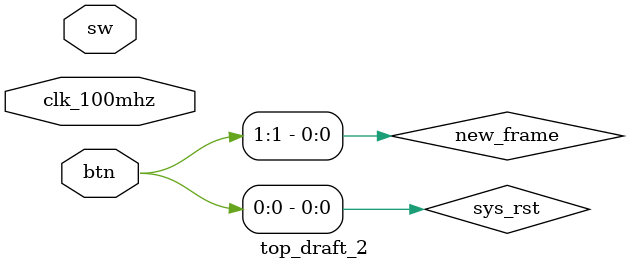
<source format=sv>
`default_nettype none // prevents system from inferring an undeclared logic (good practice)

`ifdef SYNTHESIS
`define FPATH(X) `"X`"
`else /* ! SYNTHESIS */
`define FPATH(X) `"../../data/X`"
`endif  /* ! SYNTHESIS */

module top_draft_2
    (
        input wire          clk_100mhz, //100 MHz onboard clock
        input wire [15:0]   sw, //all 16 input slide switches
        input wire [3:0]    btn //all four momentary button switches
        // output logic [15:0] led, //16 green output LEDs (located right above switches)
        // output logic [2:0]  rgb0, //RGB channels of RGB LED0
        // output logic [2:0]  rgb1, //RGB channels of RGB LED1
        // //  input wire          cipo, // SPI controller-in peripheral-out
        // output logic [3:0]  copi,
        // output logic        dclk, cs, // SPI controller output signals
        // // seven segment
        // output logic [3:0]  ss0_an,//anode control for upper four digits of seven-seg display
        // output logic [3:0]  ss1_an,//anode control for lower four digits of seven-seg display
        // output logic [6:0]  ss0_c, //cathode controls for the segments of upper four digits
        // output logic [6:0]  ss1_c //cathod controls for the segments of lower four digits
    );

    //shut up those rgb LEDs for now (active high):
    // assign rgb1 = 0; //set to 0.
    // assign rgb0 = 0; //set to 0.

    //have btnd control system reset
    logic               sys_rst;
    assign sys_rst = btn[0];

    // logic [6:0] ss_c; //used to grab output cathode signal for 7s leds
    // assign ss0_c = ss_c;
    // assign ss1_c = ss_c;

    // logic [1:0] btn_pulses;
    // pulser #(2) mpulser (
    //     .clk_in(clk_100mhz),
    //     .rst_in(sys_rst),
    //     .inputs(btn[1:0]),
    //     .outputs(btn_pulses)
    // );

    localparam RAM_WIDTH = 16;
    localparam PARTICLE_COUNT = 4;
    localparam PARTICLE_COUNTER_SIZE = $clog2(PARTICLE_COUNT);

    localparam DIMS = 1; // x, y, z
    localparam ELEMENTS = PARTICLE_COUNT * DIMS * 2;
    localparam ADDR_WIDTH = $clog2(ELEMENTS);
    
    // Reader gets port A
    // logic [RAM_WIDTH-1:0]     dina;
    logic [RAM_WIDTH-1:0]     douta;
    logic [ADDR_WIDTH-1:0]     addra;
    logic wea; // write enable
    logic ena; // enable
    
    // Updater gets port B
    logic [RAM_WIDTH-1:0]     dinb;
    logic [RAM_WIDTH-1:0]     doutb;
    logic [ADDR_WIDTH-1:0]     addrb;
    logic web, enb;

    // Renderer gets port C
    logic [RAM_WIDTH-1:0]     doutc;
    logic [ADDR_WIDTH-1:0]     addrc;
    logic enable_stream;
    
    // Particle Buffer
    // MEMORY FORMAT:
    // 0: p0_x, p0_y, p0_z, p0_vx, p0_vy, p0_vz
    // 96: p1_x, p1_y, p1_z, p1_vx, p1_vy, p1_vz
    particle_buffer #(
        .RAM_WIDTH(RAM_WIDTH),
        .RAM_DEPTH(ELEMENTS),
        .INIT_FILE(`FPATH(particle.mem))
        // .RAM_PERFORMANCE("LOW_LATENCY")
    ) mparticle_buffer (
        // PORT A
        .addra(addra), // only reading from first for now
        .dina({RAM_WIDTH{1'b0}}), // we only use port A for reads!
        .clka(clk_100mhz),
        .wea(wea), // read only
        .ena(ena),
        .rsta(sys_rst), // disabling reset
        .regcea(1'b1),
        .douta(douta),
        // PORT B
        .addrb(addrb),
        .dinb(dinb),
        .clkb(clk_100mhz),
        .web(web), 
        .enb(enb),
        .rstb(sys_rst),
        .regceb(1'b1),
        .doutb(doutb), // we only use port B for writes!
        // PORT C
        .clkc(clk_100mhz),
        .stream(enable_stream),
        .addrc(addrc),
        .doutc(doutc)
    );

    // Accumulation & Storage
    logic [PARTICLE_COUNTER_SIZE-1:0] req_index, main_index;
    logic [RAM_WIDTH-1:0] density_reciprocal, pressure;
    logic done_accumulating, is_density_task, next_sum;

    // Dispatcher
    typedef enum logic [1:0] {DENSITY, FORCE} task_type_t;
    task_type_t task_type;
    logic [RAM_WIDTH*5-1:0] task_data;
    logic valid_task;

    logic new_frame, frame_done;
    assign new_frame = btn[1]; // trigger reader with button 1

    // Scheduler
    scheduler #(
        .PARTICLE_COUNT(PARTICLE_COUNT),
        .DIMS(DIMS),
        .ADDR_WIDTH(ADDR_WIDTH),
        .DATA_WIDTH(RAM_WIDTH),
        .RAM_PERFORMANCE("HIGH_PERFORMANCE")
    ) mscheduler (
        .clk_in(clk_100mhz),
        .rst_in(sys_rst),
        .done(frame_done),
        // memory
        .new_frame(new_frame),
        .mem_in(douta),
        .addr_out(addra), 
        .mem_write_enable(wea),
        .mem_enable(ena),
        // accuumlation & storage
        .density_reciprocal(density_reciprocal), 
        .pressure(pressure), 
        .done_accumulating(done_accumulating), 
        .is_density_task(is_density_task),
        .next_sum(next_sum), 
        .req_index(req_index),
        .main_index(main_index),
        // dispatcher
        .valid_task(valid_task),
        .task_type(task_type), 
        .task_data(task_data) 
    );

    logic [15:0] receiver_data;
    logic receiver_valid, terms_in_flight;

    // Compute 
    compute #(
        .DATA_WIDTH(RAM_WIDTH),
        .H(16'h4000)
    ) mcompute (
        .clk_in(clk_100mhz),
        .rst(sys_rst),
        .valid_task(valid_task),
        .task_type(task_type),
        .data_in(task_data),
        .data_out(receiver_data),
        .terms_in_flight(terms_in_flight),
        .data_valid_out(receiver_valid)
    );

    logic [31:0] accumulator_out;
    logic accumulator_data_valid;

    accumulator #(
        .PARTICLE_COUNT(PARTICLE_COUNT),
        .DIMS(DIMS),
        .MAX_QUEUE_SIZE(3)
    ) maccumulator (
        .clk_in(clk_100mhz),
        .rst(sys_rst),
        // scheduler
        .is_density_task(is_density_task),
        .next_sum(next_sum),
        .main_index(main_index),
        .req_index(req_index),
        .density_reciprocal(density_reciprocal),
        .pressure(pressure),
        .done_accumulating(done_accumulating),
        // receiver
        .data_in(receiver_data),
        .data_valid_in(receiver_valid),
        .terms_in_flight(terms_in_flight),
        // updater
        .data_out(accumulator_out),
        .data_valid_out(accumulator_data_valid)
    );


    // Updater
    logic update_finished;
    particle_updater #(
        .ADDR_WIDTH(ADDR_WIDTH),
        .DATA_WIDTH(RAM_WIDTH),
        .PARTICLE_COUNTER_SIZE(PARTICLE_COUNTER_SIZE),
        .RAM_PERFORMANCE("HIGH_PERFORMANCE")
    ) mp_updater (
        .clk_in(clk_100mhz),
        .rst(sys_rst),
        // reader
        .accumulator_in(accumulator_out), 
        .particle_idx(main_index),
        .trigger_update(accumulator_data_valid),
        .update_finished(update_finished),
        // memory
        .mem_in(doutb), 
        .addr_out(addrb), 
        .mem_out(dinb),
        .mem_write_enable(web),
        .mem_enable(enb)
    );
    
    // Frame Timer
    // start with 10 Hz, so that we are always in sync with the rendering FPGA, per second
    // logic [31:0] frame_counter;
    // counter frame_ticker ( 
    //     .clk_in(clk_100mhz),
    //     .rst_in(sys_rst),
    //     .period_in(100_000_000), // 100 MHz / 10 = 10_000_000
    //     .count_out(frame_counter)
    // );

    // logic start_frame;
    // always_ff @( posedge clk_100mhz ) begin : frame_start
    //     if (sys_rst) begin
    //         start_frame <= 0;
    //     end else if (frame_counter == 0) begin
    //         start_frame <= 1;
    //     end else begin
    //         start_frame <= 0;
    //     end
    // end

endmodule // top_level



`default_nettype wire
</source>
